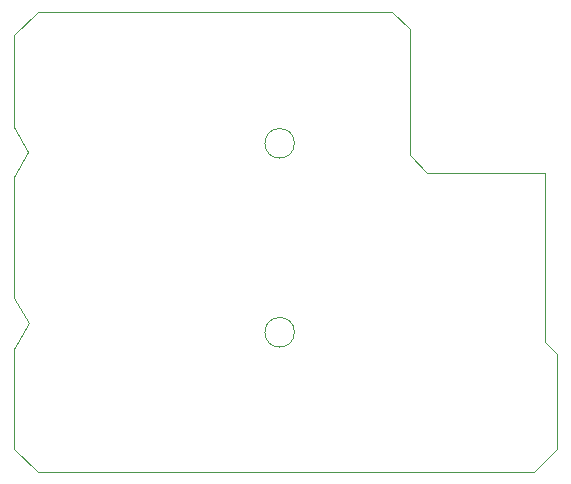
<source format=gbr>
%TF.GenerationSoftware,KiCad,Pcbnew,(5.99.0-12980-gcf6acae791)*%
%TF.CreationDate,2022-01-10T14:37:02+01:00*%
%TF.ProjectId,GRIPPER_TWO_ADVANCED_CONTROL_BOARD,47524950-5045-4525-9f54-574f5f414456,rev?*%
%TF.SameCoordinates,Original*%
%TF.FileFunction,Profile,NP*%
%FSLAX46Y46*%
G04 Gerber Fmt 4.6, Leading zero omitted, Abs format (unit mm)*
G04 Created by KiCad (PCBNEW (5.99.0-12980-gcf6acae791)) date 2022-01-10 14:37:02*
%MOMM*%
%LPD*%
G01*
G04 APERTURE LIST*
%TA.AperFunction,Profile*%
%ADD10C,0.050000*%
%TD*%
%TA.AperFunction,Profile*%
%ADD11C,0.100000*%
%TD*%
G04 APERTURE END LIST*
D10*
X149098900Y-93910400D02*
X150307900Y-96004400D01*
D11*
X172848900Y-95251400D02*
G75*
G03*
X172848900Y-95251400I-1250000J0D01*
G01*
D10*
X181098900Y-84096400D02*
X151098900Y-84096400D01*
X182598900Y-85596400D02*
X182598900Y-96246400D01*
X150351900Y-110501400D02*
X149098900Y-112671400D01*
X194098900Y-112096400D02*
X195098900Y-113096400D01*
X149098900Y-112671400D02*
X149098900Y-121096400D01*
X182598900Y-96251400D02*
X182598900Y-96246400D01*
D11*
X172848900Y-111251400D02*
G75*
G03*
X172848900Y-111251400I-1250000J0D01*
G01*
D10*
X151098900Y-84096400D02*
X149098900Y-86096400D01*
X149098900Y-108331400D02*
X150351900Y-110501400D01*
X195098900Y-121096400D02*
X195098900Y-113096400D01*
X151098900Y-123096400D02*
X193098900Y-123096400D01*
X151098900Y-123096400D02*
X149098900Y-121096400D01*
X184098900Y-97746400D02*
X182598900Y-96251400D01*
X150307900Y-96004400D02*
X149098900Y-98099400D01*
X149098900Y-98099400D02*
X149098900Y-108331400D01*
X194098900Y-112096400D02*
X194100000Y-97746400D01*
X194100000Y-97746400D02*
X184098900Y-97746400D01*
X149098900Y-86096400D02*
X149098900Y-93910400D01*
X195098900Y-121096400D02*
X193098900Y-123096400D01*
X182598900Y-85596400D02*
X181098900Y-84096400D01*
M02*

</source>
